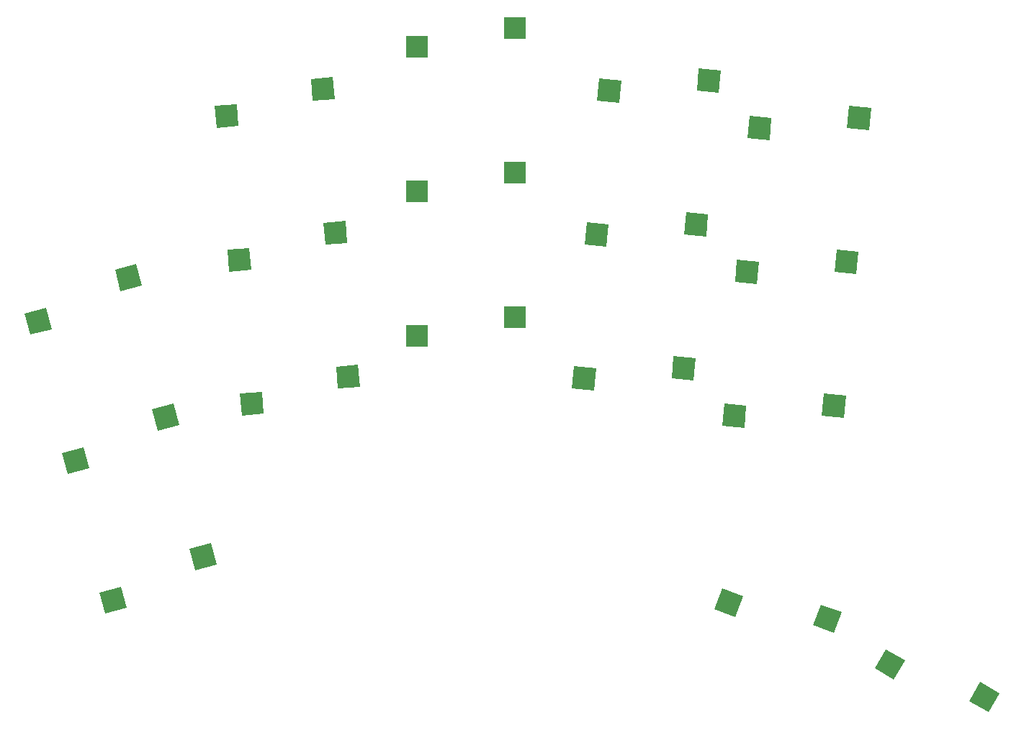
<source format=gbr>
%TF.GenerationSoftware,KiCad,Pcbnew,(5.1.10)-1*%
%TF.CreationDate,2021-07-07T11:19:17+02:00*%
%TF.ProjectId,architeuthis_dux,61726368-6974-4657-9574-6869735f6475,VERSION_HERE*%
%TF.SameCoordinates,Original*%
%TF.FileFunction,Paste,Top*%
%TF.FilePolarity,Positive*%
%FSLAX46Y46*%
G04 Gerber Fmt 4.6, Leading zero omitted, Abs format (unit mm)*
G04 Created by KiCad (PCBNEW (5.1.10)-1) date 2021-07-07 11:19:17*
%MOMM*%
%LPD*%
G01*
G04 APERTURE LIST*
%ADD10C,0.100000*%
%ADD11R,2.600000X2.600000*%
G04 APERTURE END LIST*
D10*
%TO.C,S1*%
G36*
X13906831Y3949274D02*
G01*
X13233902Y6460681D01*
X15745309Y7133610D01*
X16418238Y4622203D01*
X13906831Y3949274D01*
G37*
G36*
X3319789Y-1165123D02*
G01*
X2646860Y1346284D01*
X5158267Y2019213D01*
X5831196Y-492194D01*
X3319789Y-1165123D01*
G37*
%TD*%
%TO.C,S3*%
G36*
X9506930Y20370074D02*
G01*
X8834001Y22881481D01*
X11345408Y23554410D01*
X12018337Y21043003D01*
X9506930Y20370074D01*
G37*
G36*
X-1080112Y15255677D02*
G01*
X-1753041Y17767084D01*
X758366Y18440013D01*
X1431295Y15928606D01*
X-1080112Y15255677D01*
G37*
%TD*%
%TO.C,S5*%
G36*
X5106930Y36790774D02*
G01*
X4434001Y39302181D01*
X6945408Y39975110D01*
X7618337Y37463703D01*
X5106930Y36790774D01*
G37*
G36*
X-5480112Y31676377D02*
G01*
X-6153041Y34187784D01*
X-3641634Y34860713D01*
X-2968705Y32349306D01*
X-5480112Y31676377D01*
G37*
%TD*%
%TO.C,S7*%
G36*
X30669846Y25345090D02*
G01*
X30443241Y27935197D01*
X33033348Y28161802D01*
X33259953Y25571695D01*
X30669846Y25345090D01*
G37*
G36*
X19355540Y22146812D02*
G01*
X19128935Y24736919D01*
X21719042Y24963524D01*
X21945647Y22373417D01*
X19355540Y22146812D01*
G37*
%TD*%
%TO.C,S9*%
G36*
X29188145Y42280389D02*
G01*
X28961540Y44870496D01*
X31551647Y45097101D01*
X31778252Y42506994D01*
X29188145Y42280389D01*
G37*
G36*
X17873839Y39082111D02*
G01*
X17647234Y41672218D01*
X20237341Y41898823D01*
X20463946Y39308716D01*
X17873839Y39082111D01*
G37*
%TD*%
%TO.C,S11*%
G36*
X27706545Y59215691D02*
G01*
X27479940Y61805798D01*
X30070047Y62032403D01*
X30296652Y59442296D01*
X27706545Y59215691D01*
G37*
G36*
X16392239Y56017413D02*
G01*
X16165634Y58607520D01*
X18755741Y58834125D01*
X18982346Y56244018D01*
X16392239Y56017413D01*
G37*
%TD*%
D11*
%TO.C,S13*%
X51501936Y33769253D03*
X39951936Y31569253D03*
%TD*%
%TO.C,S15*%
X51501935Y50769253D03*
X39951935Y48569253D03*
%TD*%
%TO.C,S17*%
X51501936Y67769251D03*
X39951936Y65569251D03*
%TD*%
D10*
%TO.C,S19*%
G36*
X69881292Y26548024D02*
G01*
X70107897Y29138131D01*
X72698004Y28911526D01*
X72471399Y26321419D01*
X69881292Y26548024D01*
G37*
G36*
X58183501Y25363045D02*
G01*
X58410106Y27953152D01*
X61000213Y27726547D01*
X60773608Y25136440D01*
X58183501Y25363045D01*
G37*
%TD*%
%TO.C,S21*%
G36*
X71362993Y43483324D02*
G01*
X71589598Y46073431D01*
X74179705Y45846826D01*
X73953100Y43256719D01*
X71362993Y43483324D01*
G37*
G36*
X59665202Y42298345D02*
G01*
X59891807Y44888452D01*
X62481914Y44661847D01*
X62255309Y42071740D01*
X59665202Y42298345D01*
G37*
%TD*%
%TO.C,S23*%
G36*
X72844594Y60418724D02*
G01*
X73071199Y63008831D01*
X75661306Y62782226D01*
X75434701Y60192119D01*
X72844594Y60418724D01*
G37*
G36*
X61146803Y59233745D02*
G01*
X61373408Y61823852D01*
X63963515Y61597247D01*
X63736910Y59007140D01*
X61146803Y59233745D01*
G37*
%TD*%
%TO.C,S25*%
G36*
X87565893Y22156724D02*
G01*
X87792498Y24746831D01*
X90382605Y24520226D01*
X90156000Y21930119D01*
X87565893Y22156724D01*
G37*
G36*
X75868102Y20971745D02*
G01*
X76094707Y23561852D01*
X78684814Y23335247D01*
X78458209Y20745140D01*
X75868102Y20971745D01*
G37*
%TD*%
%TO.C,S27*%
G36*
X89047493Y39092024D02*
G01*
X89274098Y41682131D01*
X91864205Y41455526D01*
X91637600Y38865419D01*
X89047493Y39092024D01*
G37*
G36*
X77349702Y37907045D02*
G01*
X77576307Y40497152D01*
X80166414Y40270547D01*
X79939809Y37680440D01*
X77349702Y37907045D01*
G37*
%TD*%
%TO.C,S29*%
G36*
X90529194Y56027324D02*
G01*
X90755799Y58617431D01*
X93345906Y58390826D01*
X93119301Y55800719D01*
X90529194Y56027324D01*
G37*
G36*
X78831403Y54842345D02*
G01*
X79058008Y57432452D01*
X81648115Y57205847D01*
X81421510Y54615740D01*
X78831403Y54842345D01*
G37*
%TD*%
%TO.C,S31*%
G36*
X86547621Y-2518068D02*
G01*
X87436874Y-74867D01*
X89880075Y-964120D01*
X88990822Y-3407321D01*
X86547621Y-2518068D01*
G37*
G36*
X74941727Y-635059D02*
G01*
X75830980Y1808142D01*
X78274181Y918889D01*
X77384928Y-1524312D01*
X74941727Y-635059D01*
G37*
%TD*%
%TO.C,S33*%
G36*
X104888935Y-11450629D02*
G01*
X106188935Y-9198963D01*
X108440601Y-10498963D01*
X107140601Y-12750629D01*
X104888935Y-11450629D01*
G37*
G36*
X93786342Y-7580885D02*
G01*
X95086342Y-5329219D01*
X97338008Y-6629219D01*
X96038008Y-8880885D01*
X93786342Y-7580885D01*
G37*
%TD*%
M02*

</source>
